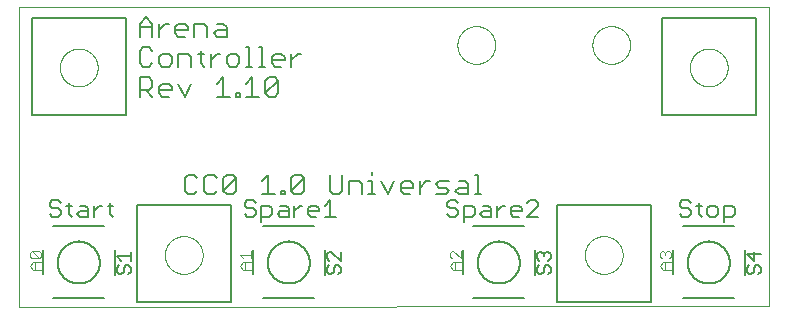
<source format=gto>
G75*
%MOIN*%
%OFA0B0*%
%FSLAX25Y25*%
%IPPOS*%
%LPD*%
%AMOC8*
5,1,8,0,0,1.08239X$1,22.5*
%
%ADD10C,0.00000*%
%ADD11C,0.00600*%
%ADD12C,0.00500*%
%ADD13C,0.00300*%
%ADD14C,0.00800*%
D10*
X0001000Y0001000D02*
X0001000Y0101000D01*
X0251000Y0101000D01*
X0251001Y0001500D01*
X0001000Y0001000D01*
X0049701Y0018500D02*
X0049703Y0018658D01*
X0049709Y0018816D01*
X0049719Y0018974D01*
X0049733Y0019132D01*
X0049751Y0019289D01*
X0049772Y0019446D01*
X0049798Y0019602D01*
X0049828Y0019758D01*
X0049861Y0019913D01*
X0049899Y0020066D01*
X0049940Y0020219D01*
X0049985Y0020371D01*
X0050034Y0020522D01*
X0050087Y0020671D01*
X0050143Y0020819D01*
X0050203Y0020965D01*
X0050267Y0021110D01*
X0050335Y0021253D01*
X0050406Y0021395D01*
X0050480Y0021535D01*
X0050558Y0021672D01*
X0050640Y0021808D01*
X0050724Y0021942D01*
X0050813Y0022073D01*
X0050904Y0022202D01*
X0050999Y0022329D01*
X0051096Y0022454D01*
X0051197Y0022576D01*
X0051301Y0022695D01*
X0051408Y0022812D01*
X0051518Y0022926D01*
X0051631Y0023037D01*
X0051746Y0023146D01*
X0051864Y0023251D01*
X0051985Y0023353D01*
X0052108Y0023453D01*
X0052234Y0023549D01*
X0052362Y0023642D01*
X0052492Y0023732D01*
X0052625Y0023818D01*
X0052760Y0023902D01*
X0052896Y0023981D01*
X0053035Y0024058D01*
X0053176Y0024130D01*
X0053318Y0024200D01*
X0053462Y0024265D01*
X0053608Y0024327D01*
X0053755Y0024385D01*
X0053904Y0024440D01*
X0054054Y0024491D01*
X0054205Y0024538D01*
X0054357Y0024581D01*
X0054510Y0024620D01*
X0054665Y0024656D01*
X0054820Y0024687D01*
X0054976Y0024715D01*
X0055132Y0024739D01*
X0055289Y0024759D01*
X0055447Y0024775D01*
X0055604Y0024787D01*
X0055763Y0024795D01*
X0055921Y0024799D01*
X0056079Y0024799D01*
X0056237Y0024795D01*
X0056396Y0024787D01*
X0056553Y0024775D01*
X0056711Y0024759D01*
X0056868Y0024739D01*
X0057024Y0024715D01*
X0057180Y0024687D01*
X0057335Y0024656D01*
X0057490Y0024620D01*
X0057643Y0024581D01*
X0057795Y0024538D01*
X0057946Y0024491D01*
X0058096Y0024440D01*
X0058245Y0024385D01*
X0058392Y0024327D01*
X0058538Y0024265D01*
X0058682Y0024200D01*
X0058824Y0024130D01*
X0058965Y0024058D01*
X0059104Y0023981D01*
X0059240Y0023902D01*
X0059375Y0023818D01*
X0059508Y0023732D01*
X0059638Y0023642D01*
X0059766Y0023549D01*
X0059892Y0023453D01*
X0060015Y0023353D01*
X0060136Y0023251D01*
X0060254Y0023146D01*
X0060369Y0023037D01*
X0060482Y0022926D01*
X0060592Y0022812D01*
X0060699Y0022695D01*
X0060803Y0022576D01*
X0060904Y0022454D01*
X0061001Y0022329D01*
X0061096Y0022202D01*
X0061187Y0022073D01*
X0061276Y0021942D01*
X0061360Y0021808D01*
X0061442Y0021672D01*
X0061520Y0021535D01*
X0061594Y0021395D01*
X0061665Y0021253D01*
X0061733Y0021110D01*
X0061797Y0020965D01*
X0061857Y0020819D01*
X0061913Y0020671D01*
X0061966Y0020522D01*
X0062015Y0020371D01*
X0062060Y0020219D01*
X0062101Y0020066D01*
X0062139Y0019913D01*
X0062172Y0019758D01*
X0062202Y0019602D01*
X0062228Y0019446D01*
X0062249Y0019289D01*
X0062267Y0019132D01*
X0062281Y0018974D01*
X0062291Y0018816D01*
X0062297Y0018658D01*
X0062299Y0018500D01*
X0062297Y0018342D01*
X0062291Y0018184D01*
X0062281Y0018026D01*
X0062267Y0017868D01*
X0062249Y0017711D01*
X0062228Y0017554D01*
X0062202Y0017398D01*
X0062172Y0017242D01*
X0062139Y0017087D01*
X0062101Y0016934D01*
X0062060Y0016781D01*
X0062015Y0016629D01*
X0061966Y0016478D01*
X0061913Y0016329D01*
X0061857Y0016181D01*
X0061797Y0016035D01*
X0061733Y0015890D01*
X0061665Y0015747D01*
X0061594Y0015605D01*
X0061520Y0015465D01*
X0061442Y0015328D01*
X0061360Y0015192D01*
X0061276Y0015058D01*
X0061187Y0014927D01*
X0061096Y0014798D01*
X0061001Y0014671D01*
X0060904Y0014546D01*
X0060803Y0014424D01*
X0060699Y0014305D01*
X0060592Y0014188D01*
X0060482Y0014074D01*
X0060369Y0013963D01*
X0060254Y0013854D01*
X0060136Y0013749D01*
X0060015Y0013647D01*
X0059892Y0013547D01*
X0059766Y0013451D01*
X0059638Y0013358D01*
X0059508Y0013268D01*
X0059375Y0013182D01*
X0059240Y0013098D01*
X0059104Y0013019D01*
X0058965Y0012942D01*
X0058824Y0012870D01*
X0058682Y0012800D01*
X0058538Y0012735D01*
X0058392Y0012673D01*
X0058245Y0012615D01*
X0058096Y0012560D01*
X0057946Y0012509D01*
X0057795Y0012462D01*
X0057643Y0012419D01*
X0057490Y0012380D01*
X0057335Y0012344D01*
X0057180Y0012313D01*
X0057024Y0012285D01*
X0056868Y0012261D01*
X0056711Y0012241D01*
X0056553Y0012225D01*
X0056396Y0012213D01*
X0056237Y0012205D01*
X0056079Y0012201D01*
X0055921Y0012201D01*
X0055763Y0012205D01*
X0055604Y0012213D01*
X0055447Y0012225D01*
X0055289Y0012241D01*
X0055132Y0012261D01*
X0054976Y0012285D01*
X0054820Y0012313D01*
X0054665Y0012344D01*
X0054510Y0012380D01*
X0054357Y0012419D01*
X0054205Y0012462D01*
X0054054Y0012509D01*
X0053904Y0012560D01*
X0053755Y0012615D01*
X0053608Y0012673D01*
X0053462Y0012735D01*
X0053318Y0012800D01*
X0053176Y0012870D01*
X0053035Y0012942D01*
X0052896Y0013019D01*
X0052760Y0013098D01*
X0052625Y0013182D01*
X0052492Y0013268D01*
X0052362Y0013358D01*
X0052234Y0013451D01*
X0052108Y0013547D01*
X0051985Y0013647D01*
X0051864Y0013749D01*
X0051746Y0013854D01*
X0051631Y0013963D01*
X0051518Y0014074D01*
X0051408Y0014188D01*
X0051301Y0014305D01*
X0051197Y0014424D01*
X0051096Y0014546D01*
X0050999Y0014671D01*
X0050904Y0014798D01*
X0050813Y0014927D01*
X0050724Y0015058D01*
X0050640Y0015192D01*
X0050558Y0015328D01*
X0050480Y0015465D01*
X0050406Y0015605D01*
X0050335Y0015747D01*
X0050267Y0015890D01*
X0050203Y0016035D01*
X0050143Y0016181D01*
X0050087Y0016329D01*
X0050034Y0016478D01*
X0049985Y0016629D01*
X0049940Y0016781D01*
X0049899Y0016934D01*
X0049861Y0017087D01*
X0049828Y0017242D01*
X0049798Y0017398D01*
X0049772Y0017554D01*
X0049751Y0017711D01*
X0049733Y0017868D01*
X0049719Y0018026D01*
X0049709Y0018184D01*
X0049703Y0018342D01*
X0049701Y0018500D01*
X0014701Y0081000D02*
X0014703Y0081158D01*
X0014709Y0081316D01*
X0014719Y0081474D01*
X0014733Y0081632D01*
X0014751Y0081789D01*
X0014772Y0081946D01*
X0014798Y0082102D01*
X0014828Y0082258D01*
X0014861Y0082413D01*
X0014899Y0082566D01*
X0014940Y0082719D01*
X0014985Y0082871D01*
X0015034Y0083022D01*
X0015087Y0083171D01*
X0015143Y0083319D01*
X0015203Y0083465D01*
X0015267Y0083610D01*
X0015335Y0083753D01*
X0015406Y0083895D01*
X0015480Y0084035D01*
X0015558Y0084172D01*
X0015640Y0084308D01*
X0015724Y0084442D01*
X0015813Y0084573D01*
X0015904Y0084702D01*
X0015999Y0084829D01*
X0016096Y0084954D01*
X0016197Y0085076D01*
X0016301Y0085195D01*
X0016408Y0085312D01*
X0016518Y0085426D01*
X0016631Y0085537D01*
X0016746Y0085646D01*
X0016864Y0085751D01*
X0016985Y0085853D01*
X0017108Y0085953D01*
X0017234Y0086049D01*
X0017362Y0086142D01*
X0017492Y0086232D01*
X0017625Y0086318D01*
X0017760Y0086402D01*
X0017896Y0086481D01*
X0018035Y0086558D01*
X0018176Y0086630D01*
X0018318Y0086700D01*
X0018462Y0086765D01*
X0018608Y0086827D01*
X0018755Y0086885D01*
X0018904Y0086940D01*
X0019054Y0086991D01*
X0019205Y0087038D01*
X0019357Y0087081D01*
X0019510Y0087120D01*
X0019665Y0087156D01*
X0019820Y0087187D01*
X0019976Y0087215D01*
X0020132Y0087239D01*
X0020289Y0087259D01*
X0020447Y0087275D01*
X0020604Y0087287D01*
X0020763Y0087295D01*
X0020921Y0087299D01*
X0021079Y0087299D01*
X0021237Y0087295D01*
X0021396Y0087287D01*
X0021553Y0087275D01*
X0021711Y0087259D01*
X0021868Y0087239D01*
X0022024Y0087215D01*
X0022180Y0087187D01*
X0022335Y0087156D01*
X0022490Y0087120D01*
X0022643Y0087081D01*
X0022795Y0087038D01*
X0022946Y0086991D01*
X0023096Y0086940D01*
X0023245Y0086885D01*
X0023392Y0086827D01*
X0023538Y0086765D01*
X0023682Y0086700D01*
X0023824Y0086630D01*
X0023965Y0086558D01*
X0024104Y0086481D01*
X0024240Y0086402D01*
X0024375Y0086318D01*
X0024508Y0086232D01*
X0024638Y0086142D01*
X0024766Y0086049D01*
X0024892Y0085953D01*
X0025015Y0085853D01*
X0025136Y0085751D01*
X0025254Y0085646D01*
X0025369Y0085537D01*
X0025482Y0085426D01*
X0025592Y0085312D01*
X0025699Y0085195D01*
X0025803Y0085076D01*
X0025904Y0084954D01*
X0026001Y0084829D01*
X0026096Y0084702D01*
X0026187Y0084573D01*
X0026276Y0084442D01*
X0026360Y0084308D01*
X0026442Y0084172D01*
X0026520Y0084035D01*
X0026594Y0083895D01*
X0026665Y0083753D01*
X0026733Y0083610D01*
X0026797Y0083465D01*
X0026857Y0083319D01*
X0026913Y0083171D01*
X0026966Y0083022D01*
X0027015Y0082871D01*
X0027060Y0082719D01*
X0027101Y0082566D01*
X0027139Y0082413D01*
X0027172Y0082258D01*
X0027202Y0082102D01*
X0027228Y0081946D01*
X0027249Y0081789D01*
X0027267Y0081632D01*
X0027281Y0081474D01*
X0027291Y0081316D01*
X0027297Y0081158D01*
X0027299Y0081000D01*
X0027297Y0080842D01*
X0027291Y0080684D01*
X0027281Y0080526D01*
X0027267Y0080368D01*
X0027249Y0080211D01*
X0027228Y0080054D01*
X0027202Y0079898D01*
X0027172Y0079742D01*
X0027139Y0079587D01*
X0027101Y0079434D01*
X0027060Y0079281D01*
X0027015Y0079129D01*
X0026966Y0078978D01*
X0026913Y0078829D01*
X0026857Y0078681D01*
X0026797Y0078535D01*
X0026733Y0078390D01*
X0026665Y0078247D01*
X0026594Y0078105D01*
X0026520Y0077965D01*
X0026442Y0077828D01*
X0026360Y0077692D01*
X0026276Y0077558D01*
X0026187Y0077427D01*
X0026096Y0077298D01*
X0026001Y0077171D01*
X0025904Y0077046D01*
X0025803Y0076924D01*
X0025699Y0076805D01*
X0025592Y0076688D01*
X0025482Y0076574D01*
X0025369Y0076463D01*
X0025254Y0076354D01*
X0025136Y0076249D01*
X0025015Y0076147D01*
X0024892Y0076047D01*
X0024766Y0075951D01*
X0024638Y0075858D01*
X0024508Y0075768D01*
X0024375Y0075682D01*
X0024240Y0075598D01*
X0024104Y0075519D01*
X0023965Y0075442D01*
X0023824Y0075370D01*
X0023682Y0075300D01*
X0023538Y0075235D01*
X0023392Y0075173D01*
X0023245Y0075115D01*
X0023096Y0075060D01*
X0022946Y0075009D01*
X0022795Y0074962D01*
X0022643Y0074919D01*
X0022490Y0074880D01*
X0022335Y0074844D01*
X0022180Y0074813D01*
X0022024Y0074785D01*
X0021868Y0074761D01*
X0021711Y0074741D01*
X0021553Y0074725D01*
X0021396Y0074713D01*
X0021237Y0074705D01*
X0021079Y0074701D01*
X0020921Y0074701D01*
X0020763Y0074705D01*
X0020604Y0074713D01*
X0020447Y0074725D01*
X0020289Y0074741D01*
X0020132Y0074761D01*
X0019976Y0074785D01*
X0019820Y0074813D01*
X0019665Y0074844D01*
X0019510Y0074880D01*
X0019357Y0074919D01*
X0019205Y0074962D01*
X0019054Y0075009D01*
X0018904Y0075060D01*
X0018755Y0075115D01*
X0018608Y0075173D01*
X0018462Y0075235D01*
X0018318Y0075300D01*
X0018176Y0075370D01*
X0018035Y0075442D01*
X0017896Y0075519D01*
X0017760Y0075598D01*
X0017625Y0075682D01*
X0017492Y0075768D01*
X0017362Y0075858D01*
X0017234Y0075951D01*
X0017108Y0076047D01*
X0016985Y0076147D01*
X0016864Y0076249D01*
X0016746Y0076354D01*
X0016631Y0076463D01*
X0016518Y0076574D01*
X0016408Y0076688D01*
X0016301Y0076805D01*
X0016197Y0076924D01*
X0016096Y0077046D01*
X0015999Y0077171D01*
X0015904Y0077298D01*
X0015813Y0077427D01*
X0015724Y0077558D01*
X0015640Y0077692D01*
X0015558Y0077828D01*
X0015480Y0077965D01*
X0015406Y0078105D01*
X0015335Y0078247D01*
X0015267Y0078390D01*
X0015203Y0078535D01*
X0015143Y0078681D01*
X0015087Y0078829D01*
X0015034Y0078978D01*
X0014985Y0079129D01*
X0014940Y0079281D01*
X0014899Y0079434D01*
X0014861Y0079587D01*
X0014828Y0079742D01*
X0014798Y0079898D01*
X0014772Y0080054D01*
X0014751Y0080211D01*
X0014733Y0080368D01*
X0014719Y0080526D01*
X0014709Y0080684D01*
X0014703Y0080842D01*
X0014701Y0081000D01*
X0147201Y0088500D02*
X0147203Y0088658D01*
X0147209Y0088816D01*
X0147219Y0088974D01*
X0147233Y0089132D01*
X0147251Y0089289D01*
X0147272Y0089446D01*
X0147298Y0089602D01*
X0147328Y0089758D01*
X0147361Y0089913D01*
X0147399Y0090066D01*
X0147440Y0090219D01*
X0147485Y0090371D01*
X0147534Y0090522D01*
X0147587Y0090671D01*
X0147643Y0090819D01*
X0147703Y0090965D01*
X0147767Y0091110D01*
X0147835Y0091253D01*
X0147906Y0091395D01*
X0147980Y0091535D01*
X0148058Y0091672D01*
X0148140Y0091808D01*
X0148224Y0091942D01*
X0148313Y0092073D01*
X0148404Y0092202D01*
X0148499Y0092329D01*
X0148596Y0092454D01*
X0148697Y0092576D01*
X0148801Y0092695D01*
X0148908Y0092812D01*
X0149018Y0092926D01*
X0149131Y0093037D01*
X0149246Y0093146D01*
X0149364Y0093251D01*
X0149485Y0093353D01*
X0149608Y0093453D01*
X0149734Y0093549D01*
X0149862Y0093642D01*
X0149992Y0093732D01*
X0150125Y0093818D01*
X0150260Y0093902D01*
X0150396Y0093981D01*
X0150535Y0094058D01*
X0150676Y0094130D01*
X0150818Y0094200D01*
X0150962Y0094265D01*
X0151108Y0094327D01*
X0151255Y0094385D01*
X0151404Y0094440D01*
X0151554Y0094491D01*
X0151705Y0094538D01*
X0151857Y0094581D01*
X0152010Y0094620D01*
X0152165Y0094656D01*
X0152320Y0094687D01*
X0152476Y0094715D01*
X0152632Y0094739D01*
X0152789Y0094759D01*
X0152947Y0094775D01*
X0153104Y0094787D01*
X0153263Y0094795D01*
X0153421Y0094799D01*
X0153579Y0094799D01*
X0153737Y0094795D01*
X0153896Y0094787D01*
X0154053Y0094775D01*
X0154211Y0094759D01*
X0154368Y0094739D01*
X0154524Y0094715D01*
X0154680Y0094687D01*
X0154835Y0094656D01*
X0154990Y0094620D01*
X0155143Y0094581D01*
X0155295Y0094538D01*
X0155446Y0094491D01*
X0155596Y0094440D01*
X0155745Y0094385D01*
X0155892Y0094327D01*
X0156038Y0094265D01*
X0156182Y0094200D01*
X0156324Y0094130D01*
X0156465Y0094058D01*
X0156604Y0093981D01*
X0156740Y0093902D01*
X0156875Y0093818D01*
X0157008Y0093732D01*
X0157138Y0093642D01*
X0157266Y0093549D01*
X0157392Y0093453D01*
X0157515Y0093353D01*
X0157636Y0093251D01*
X0157754Y0093146D01*
X0157869Y0093037D01*
X0157982Y0092926D01*
X0158092Y0092812D01*
X0158199Y0092695D01*
X0158303Y0092576D01*
X0158404Y0092454D01*
X0158501Y0092329D01*
X0158596Y0092202D01*
X0158687Y0092073D01*
X0158776Y0091942D01*
X0158860Y0091808D01*
X0158942Y0091672D01*
X0159020Y0091535D01*
X0159094Y0091395D01*
X0159165Y0091253D01*
X0159233Y0091110D01*
X0159297Y0090965D01*
X0159357Y0090819D01*
X0159413Y0090671D01*
X0159466Y0090522D01*
X0159515Y0090371D01*
X0159560Y0090219D01*
X0159601Y0090066D01*
X0159639Y0089913D01*
X0159672Y0089758D01*
X0159702Y0089602D01*
X0159728Y0089446D01*
X0159749Y0089289D01*
X0159767Y0089132D01*
X0159781Y0088974D01*
X0159791Y0088816D01*
X0159797Y0088658D01*
X0159799Y0088500D01*
X0159797Y0088342D01*
X0159791Y0088184D01*
X0159781Y0088026D01*
X0159767Y0087868D01*
X0159749Y0087711D01*
X0159728Y0087554D01*
X0159702Y0087398D01*
X0159672Y0087242D01*
X0159639Y0087087D01*
X0159601Y0086934D01*
X0159560Y0086781D01*
X0159515Y0086629D01*
X0159466Y0086478D01*
X0159413Y0086329D01*
X0159357Y0086181D01*
X0159297Y0086035D01*
X0159233Y0085890D01*
X0159165Y0085747D01*
X0159094Y0085605D01*
X0159020Y0085465D01*
X0158942Y0085328D01*
X0158860Y0085192D01*
X0158776Y0085058D01*
X0158687Y0084927D01*
X0158596Y0084798D01*
X0158501Y0084671D01*
X0158404Y0084546D01*
X0158303Y0084424D01*
X0158199Y0084305D01*
X0158092Y0084188D01*
X0157982Y0084074D01*
X0157869Y0083963D01*
X0157754Y0083854D01*
X0157636Y0083749D01*
X0157515Y0083647D01*
X0157392Y0083547D01*
X0157266Y0083451D01*
X0157138Y0083358D01*
X0157008Y0083268D01*
X0156875Y0083182D01*
X0156740Y0083098D01*
X0156604Y0083019D01*
X0156465Y0082942D01*
X0156324Y0082870D01*
X0156182Y0082800D01*
X0156038Y0082735D01*
X0155892Y0082673D01*
X0155745Y0082615D01*
X0155596Y0082560D01*
X0155446Y0082509D01*
X0155295Y0082462D01*
X0155143Y0082419D01*
X0154990Y0082380D01*
X0154835Y0082344D01*
X0154680Y0082313D01*
X0154524Y0082285D01*
X0154368Y0082261D01*
X0154211Y0082241D01*
X0154053Y0082225D01*
X0153896Y0082213D01*
X0153737Y0082205D01*
X0153579Y0082201D01*
X0153421Y0082201D01*
X0153263Y0082205D01*
X0153104Y0082213D01*
X0152947Y0082225D01*
X0152789Y0082241D01*
X0152632Y0082261D01*
X0152476Y0082285D01*
X0152320Y0082313D01*
X0152165Y0082344D01*
X0152010Y0082380D01*
X0151857Y0082419D01*
X0151705Y0082462D01*
X0151554Y0082509D01*
X0151404Y0082560D01*
X0151255Y0082615D01*
X0151108Y0082673D01*
X0150962Y0082735D01*
X0150818Y0082800D01*
X0150676Y0082870D01*
X0150535Y0082942D01*
X0150396Y0083019D01*
X0150260Y0083098D01*
X0150125Y0083182D01*
X0149992Y0083268D01*
X0149862Y0083358D01*
X0149734Y0083451D01*
X0149608Y0083547D01*
X0149485Y0083647D01*
X0149364Y0083749D01*
X0149246Y0083854D01*
X0149131Y0083963D01*
X0149018Y0084074D01*
X0148908Y0084188D01*
X0148801Y0084305D01*
X0148697Y0084424D01*
X0148596Y0084546D01*
X0148499Y0084671D01*
X0148404Y0084798D01*
X0148313Y0084927D01*
X0148224Y0085058D01*
X0148140Y0085192D01*
X0148058Y0085328D01*
X0147980Y0085465D01*
X0147906Y0085605D01*
X0147835Y0085747D01*
X0147767Y0085890D01*
X0147703Y0086035D01*
X0147643Y0086181D01*
X0147587Y0086329D01*
X0147534Y0086478D01*
X0147485Y0086629D01*
X0147440Y0086781D01*
X0147399Y0086934D01*
X0147361Y0087087D01*
X0147328Y0087242D01*
X0147298Y0087398D01*
X0147272Y0087554D01*
X0147251Y0087711D01*
X0147233Y0087868D01*
X0147219Y0088026D01*
X0147209Y0088184D01*
X0147203Y0088342D01*
X0147201Y0088500D01*
X0192201Y0088500D02*
X0192203Y0088658D01*
X0192209Y0088816D01*
X0192219Y0088974D01*
X0192233Y0089132D01*
X0192251Y0089289D01*
X0192272Y0089446D01*
X0192298Y0089602D01*
X0192328Y0089758D01*
X0192361Y0089913D01*
X0192399Y0090066D01*
X0192440Y0090219D01*
X0192485Y0090371D01*
X0192534Y0090522D01*
X0192587Y0090671D01*
X0192643Y0090819D01*
X0192703Y0090965D01*
X0192767Y0091110D01*
X0192835Y0091253D01*
X0192906Y0091395D01*
X0192980Y0091535D01*
X0193058Y0091672D01*
X0193140Y0091808D01*
X0193224Y0091942D01*
X0193313Y0092073D01*
X0193404Y0092202D01*
X0193499Y0092329D01*
X0193596Y0092454D01*
X0193697Y0092576D01*
X0193801Y0092695D01*
X0193908Y0092812D01*
X0194018Y0092926D01*
X0194131Y0093037D01*
X0194246Y0093146D01*
X0194364Y0093251D01*
X0194485Y0093353D01*
X0194608Y0093453D01*
X0194734Y0093549D01*
X0194862Y0093642D01*
X0194992Y0093732D01*
X0195125Y0093818D01*
X0195260Y0093902D01*
X0195396Y0093981D01*
X0195535Y0094058D01*
X0195676Y0094130D01*
X0195818Y0094200D01*
X0195962Y0094265D01*
X0196108Y0094327D01*
X0196255Y0094385D01*
X0196404Y0094440D01*
X0196554Y0094491D01*
X0196705Y0094538D01*
X0196857Y0094581D01*
X0197010Y0094620D01*
X0197165Y0094656D01*
X0197320Y0094687D01*
X0197476Y0094715D01*
X0197632Y0094739D01*
X0197789Y0094759D01*
X0197947Y0094775D01*
X0198104Y0094787D01*
X0198263Y0094795D01*
X0198421Y0094799D01*
X0198579Y0094799D01*
X0198737Y0094795D01*
X0198896Y0094787D01*
X0199053Y0094775D01*
X0199211Y0094759D01*
X0199368Y0094739D01*
X0199524Y0094715D01*
X0199680Y0094687D01*
X0199835Y0094656D01*
X0199990Y0094620D01*
X0200143Y0094581D01*
X0200295Y0094538D01*
X0200446Y0094491D01*
X0200596Y0094440D01*
X0200745Y0094385D01*
X0200892Y0094327D01*
X0201038Y0094265D01*
X0201182Y0094200D01*
X0201324Y0094130D01*
X0201465Y0094058D01*
X0201604Y0093981D01*
X0201740Y0093902D01*
X0201875Y0093818D01*
X0202008Y0093732D01*
X0202138Y0093642D01*
X0202266Y0093549D01*
X0202392Y0093453D01*
X0202515Y0093353D01*
X0202636Y0093251D01*
X0202754Y0093146D01*
X0202869Y0093037D01*
X0202982Y0092926D01*
X0203092Y0092812D01*
X0203199Y0092695D01*
X0203303Y0092576D01*
X0203404Y0092454D01*
X0203501Y0092329D01*
X0203596Y0092202D01*
X0203687Y0092073D01*
X0203776Y0091942D01*
X0203860Y0091808D01*
X0203942Y0091672D01*
X0204020Y0091535D01*
X0204094Y0091395D01*
X0204165Y0091253D01*
X0204233Y0091110D01*
X0204297Y0090965D01*
X0204357Y0090819D01*
X0204413Y0090671D01*
X0204466Y0090522D01*
X0204515Y0090371D01*
X0204560Y0090219D01*
X0204601Y0090066D01*
X0204639Y0089913D01*
X0204672Y0089758D01*
X0204702Y0089602D01*
X0204728Y0089446D01*
X0204749Y0089289D01*
X0204767Y0089132D01*
X0204781Y0088974D01*
X0204791Y0088816D01*
X0204797Y0088658D01*
X0204799Y0088500D01*
X0204797Y0088342D01*
X0204791Y0088184D01*
X0204781Y0088026D01*
X0204767Y0087868D01*
X0204749Y0087711D01*
X0204728Y0087554D01*
X0204702Y0087398D01*
X0204672Y0087242D01*
X0204639Y0087087D01*
X0204601Y0086934D01*
X0204560Y0086781D01*
X0204515Y0086629D01*
X0204466Y0086478D01*
X0204413Y0086329D01*
X0204357Y0086181D01*
X0204297Y0086035D01*
X0204233Y0085890D01*
X0204165Y0085747D01*
X0204094Y0085605D01*
X0204020Y0085465D01*
X0203942Y0085328D01*
X0203860Y0085192D01*
X0203776Y0085058D01*
X0203687Y0084927D01*
X0203596Y0084798D01*
X0203501Y0084671D01*
X0203404Y0084546D01*
X0203303Y0084424D01*
X0203199Y0084305D01*
X0203092Y0084188D01*
X0202982Y0084074D01*
X0202869Y0083963D01*
X0202754Y0083854D01*
X0202636Y0083749D01*
X0202515Y0083647D01*
X0202392Y0083547D01*
X0202266Y0083451D01*
X0202138Y0083358D01*
X0202008Y0083268D01*
X0201875Y0083182D01*
X0201740Y0083098D01*
X0201604Y0083019D01*
X0201465Y0082942D01*
X0201324Y0082870D01*
X0201182Y0082800D01*
X0201038Y0082735D01*
X0200892Y0082673D01*
X0200745Y0082615D01*
X0200596Y0082560D01*
X0200446Y0082509D01*
X0200295Y0082462D01*
X0200143Y0082419D01*
X0199990Y0082380D01*
X0199835Y0082344D01*
X0199680Y0082313D01*
X0199524Y0082285D01*
X0199368Y0082261D01*
X0199211Y0082241D01*
X0199053Y0082225D01*
X0198896Y0082213D01*
X0198737Y0082205D01*
X0198579Y0082201D01*
X0198421Y0082201D01*
X0198263Y0082205D01*
X0198104Y0082213D01*
X0197947Y0082225D01*
X0197789Y0082241D01*
X0197632Y0082261D01*
X0197476Y0082285D01*
X0197320Y0082313D01*
X0197165Y0082344D01*
X0197010Y0082380D01*
X0196857Y0082419D01*
X0196705Y0082462D01*
X0196554Y0082509D01*
X0196404Y0082560D01*
X0196255Y0082615D01*
X0196108Y0082673D01*
X0195962Y0082735D01*
X0195818Y0082800D01*
X0195676Y0082870D01*
X0195535Y0082942D01*
X0195396Y0083019D01*
X0195260Y0083098D01*
X0195125Y0083182D01*
X0194992Y0083268D01*
X0194862Y0083358D01*
X0194734Y0083451D01*
X0194608Y0083547D01*
X0194485Y0083647D01*
X0194364Y0083749D01*
X0194246Y0083854D01*
X0194131Y0083963D01*
X0194018Y0084074D01*
X0193908Y0084188D01*
X0193801Y0084305D01*
X0193697Y0084424D01*
X0193596Y0084546D01*
X0193499Y0084671D01*
X0193404Y0084798D01*
X0193313Y0084927D01*
X0193224Y0085058D01*
X0193140Y0085192D01*
X0193058Y0085328D01*
X0192980Y0085465D01*
X0192906Y0085605D01*
X0192835Y0085747D01*
X0192767Y0085890D01*
X0192703Y0086035D01*
X0192643Y0086181D01*
X0192587Y0086329D01*
X0192534Y0086478D01*
X0192485Y0086629D01*
X0192440Y0086781D01*
X0192399Y0086934D01*
X0192361Y0087087D01*
X0192328Y0087242D01*
X0192298Y0087398D01*
X0192272Y0087554D01*
X0192251Y0087711D01*
X0192233Y0087868D01*
X0192219Y0088026D01*
X0192209Y0088184D01*
X0192203Y0088342D01*
X0192201Y0088500D01*
X0224701Y0081000D02*
X0224703Y0081158D01*
X0224709Y0081316D01*
X0224719Y0081474D01*
X0224733Y0081632D01*
X0224751Y0081789D01*
X0224772Y0081946D01*
X0224798Y0082102D01*
X0224828Y0082258D01*
X0224861Y0082413D01*
X0224899Y0082566D01*
X0224940Y0082719D01*
X0224985Y0082871D01*
X0225034Y0083022D01*
X0225087Y0083171D01*
X0225143Y0083319D01*
X0225203Y0083465D01*
X0225267Y0083610D01*
X0225335Y0083753D01*
X0225406Y0083895D01*
X0225480Y0084035D01*
X0225558Y0084172D01*
X0225640Y0084308D01*
X0225724Y0084442D01*
X0225813Y0084573D01*
X0225904Y0084702D01*
X0225999Y0084829D01*
X0226096Y0084954D01*
X0226197Y0085076D01*
X0226301Y0085195D01*
X0226408Y0085312D01*
X0226518Y0085426D01*
X0226631Y0085537D01*
X0226746Y0085646D01*
X0226864Y0085751D01*
X0226985Y0085853D01*
X0227108Y0085953D01*
X0227234Y0086049D01*
X0227362Y0086142D01*
X0227492Y0086232D01*
X0227625Y0086318D01*
X0227760Y0086402D01*
X0227896Y0086481D01*
X0228035Y0086558D01*
X0228176Y0086630D01*
X0228318Y0086700D01*
X0228462Y0086765D01*
X0228608Y0086827D01*
X0228755Y0086885D01*
X0228904Y0086940D01*
X0229054Y0086991D01*
X0229205Y0087038D01*
X0229357Y0087081D01*
X0229510Y0087120D01*
X0229665Y0087156D01*
X0229820Y0087187D01*
X0229976Y0087215D01*
X0230132Y0087239D01*
X0230289Y0087259D01*
X0230447Y0087275D01*
X0230604Y0087287D01*
X0230763Y0087295D01*
X0230921Y0087299D01*
X0231079Y0087299D01*
X0231237Y0087295D01*
X0231396Y0087287D01*
X0231553Y0087275D01*
X0231711Y0087259D01*
X0231868Y0087239D01*
X0232024Y0087215D01*
X0232180Y0087187D01*
X0232335Y0087156D01*
X0232490Y0087120D01*
X0232643Y0087081D01*
X0232795Y0087038D01*
X0232946Y0086991D01*
X0233096Y0086940D01*
X0233245Y0086885D01*
X0233392Y0086827D01*
X0233538Y0086765D01*
X0233682Y0086700D01*
X0233824Y0086630D01*
X0233965Y0086558D01*
X0234104Y0086481D01*
X0234240Y0086402D01*
X0234375Y0086318D01*
X0234508Y0086232D01*
X0234638Y0086142D01*
X0234766Y0086049D01*
X0234892Y0085953D01*
X0235015Y0085853D01*
X0235136Y0085751D01*
X0235254Y0085646D01*
X0235369Y0085537D01*
X0235482Y0085426D01*
X0235592Y0085312D01*
X0235699Y0085195D01*
X0235803Y0085076D01*
X0235904Y0084954D01*
X0236001Y0084829D01*
X0236096Y0084702D01*
X0236187Y0084573D01*
X0236276Y0084442D01*
X0236360Y0084308D01*
X0236442Y0084172D01*
X0236520Y0084035D01*
X0236594Y0083895D01*
X0236665Y0083753D01*
X0236733Y0083610D01*
X0236797Y0083465D01*
X0236857Y0083319D01*
X0236913Y0083171D01*
X0236966Y0083022D01*
X0237015Y0082871D01*
X0237060Y0082719D01*
X0237101Y0082566D01*
X0237139Y0082413D01*
X0237172Y0082258D01*
X0237202Y0082102D01*
X0237228Y0081946D01*
X0237249Y0081789D01*
X0237267Y0081632D01*
X0237281Y0081474D01*
X0237291Y0081316D01*
X0237297Y0081158D01*
X0237299Y0081000D01*
X0237297Y0080842D01*
X0237291Y0080684D01*
X0237281Y0080526D01*
X0237267Y0080368D01*
X0237249Y0080211D01*
X0237228Y0080054D01*
X0237202Y0079898D01*
X0237172Y0079742D01*
X0237139Y0079587D01*
X0237101Y0079434D01*
X0237060Y0079281D01*
X0237015Y0079129D01*
X0236966Y0078978D01*
X0236913Y0078829D01*
X0236857Y0078681D01*
X0236797Y0078535D01*
X0236733Y0078390D01*
X0236665Y0078247D01*
X0236594Y0078105D01*
X0236520Y0077965D01*
X0236442Y0077828D01*
X0236360Y0077692D01*
X0236276Y0077558D01*
X0236187Y0077427D01*
X0236096Y0077298D01*
X0236001Y0077171D01*
X0235904Y0077046D01*
X0235803Y0076924D01*
X0235699Y0076805D01*
X0235592Y0076688D01*
X0235482Y0076574D01*
X0235369Y0076463D01*
X0235254Y0076354D01*
X0235136Y0076249D01*
X0235015Y0076147D01*
X0234892Y0076047D01*
X0234766Y0075951D01*
X0234638Y0075858D01*
X0234508Y0075768D01*
X0234375Y0075682D01*
X0234240Y0075598D01*
X0234104Y0075519D01*
X0233965Y0075442D01*
X0233824Y0075370D01*
X0233682Y0075300D01*
X0233538Y0075235D01*
X0233392Y0075173D01*
X0233245Y0075115D01*
X0233096Y0075060D01*
X0232946Y0075009D01*
X0232795Y0074962D01*
X0232643Y0074919D01*
X0232490Y0074880D01*
X0232335Y0074844D01*
X0232180Y0074813D01*
X0232024Y0074785D01*
X0231868Y0074761D01*
X0231711Y0074741D01*
X0231553Y0074725D01*
X0231396Y0074713D01*
X0231237Y0074705D01*
X0231079Y0074701D01*
X0230921Y0074701D01*
X0230763Y0074705D01*
X0230604Y0074713D01*
X0230447Y0074725D01*
X0230289Y0074741D01*
X0230132Y0074761D01*
X0229976Y0074785D01*
X0229820Y0074813D01*
X0229665Y0074844D01*
X0229510Y0074880D01*
X0229357Y0074919D01*
X0229205Y0074962D01*
X0229054Y0075009D01*
X0228904Y0075060D01*
X0228755Y0075115D01*
X0228608Y0075173D01*
X0228462Y0075235D01*
X0228318Y0075300D01*
X0228176Y0075370D01*
X0228035Y0075442D01*
X0227896Y0075519D01*
X0227760Y0075598D01*
X0227625Y0075682D01*
X0227492Y0075768D01*
X0227362Y0075858D01*
X0227234Y0075951D01*
X0227108Y0076047D01*
X0226985Y0076147D01*
X0226864Y0076249D01*
X0226746Y0076354D01*
X0226631Y0076463D01*
X0226518Y0076574D01*
X0226408Y0076688D01*
X0226301Y0076805D01*
X0226197Y0076924D01*
X0226096Y0077046D01*
X0225999Y0077171D01*
X0225904Y0077298D01*
X0225813Y0077427D01*
X0225724Y0077558D01*
X0225640Y0077692D01*
X0225558Y0077828D01*
X0225480Y0077965D01*
X0225406Y0078105D01*
X0225335Y0078247D01*
X0225267Y0078390D01*
X0225203Y0078535D01*
X0225143Y0078681D01*
X0225087Y0078829D01*
X0225034Y0078978D01*
X0224985Y0079129D01*
X0224940Y0079281D01*
X0224899Y0079434D01*
X0224861Y0079587D01*
X0224828Y0079742D01*
X0224798Y0079898D01*
X0224772Y0080054D01*
X0224751Y0080211D01*
X0224733Y0080368D01*
X0224719Y0080526D01*
X0224709Y0080684D01*
X0224703Y0080842D01*
X0224701Y0081000D01*
X0189701Y0018500D02*
X0189703Y0018658D01*
X0189709Y0018816D01*
X0189719Y0018974D01*
X0189733Y0019132D01*
X0189751Y0019289D01*
X0189772Y0019446D01*
X0189798Y0019602D01*
X0189828Y0019758D01*
X0189861Y0019913D01*
X0189899Y0020066D01*
X0189940Y0020219D01*
X0189985Y0020371D01*
X0190034Y0020522D01*
X0190087Y0020671D01*
X0190143Y0020819D01*
X0190203Y0020965D01*
X0190267Y0021110D01*
X0190335Y0021253D01*
X0190406Y0021395D01*
X0190480Y0021535D01*
X0190558Y0021672D01*
X0190640Y0021808D01*
X0190724Y0021942D01*
X0190813Y0022073D01*
X0190904Y0022202D01*
X0190999Y0022329D01*
X0191096Y0022454D01*
X0191197Y0022576D01*
X0191301Y0022695D01*
X0191408Y0022812D01*
X0191518Y0022926D01*
X0191631Y0023037D01*
X0191746Y0023146D01*
X0191864Y0023251D01*
X0191985Y0023353D01*
X0192108Y0023453D01*
X0192234Y0023549D01*
X0192362Y0023642D01*
X0192492Y0023732D01*
X0192625Y0023818D01*
X0192760Y0023902D01*
X0192896Y0023981D01*
X0193035Y0024058D01*
X0193176Y0024130D01*
X0193318Y0024200D01*
X0193462Y0024265D01*
X0193608Y0024327D01*
X0193755Y0024385D01*
X0193904Y0024440D01*
X0194054Y0024491D01*
X0194205Y0024538D01*
X0194357Y0024581D01*
X0194510Y0024620D01*
X0194665Y0024656D01*
X0194820Y0024687D01*
X0194976Y0024715D01*
X0195132Y0024739D01*
X0195289Y0024759D01*
X0195447Y0024775D01*
X0195604Y0024787D01*
X0195763Y0024795D01*
X0195921Y0024799D01*
X0196079Y0024799D01*
X0196237Y0024795D01*
X0196396Y0024787D01*
X0196553Y0024775D01*
X0196711Y0024759D01*
X0196868Y0024739D01*
X0197024Y0024715D01*
X0197180Y0024687D01*
X0197335Y0024656D01*
X0197490Y0024620D01*
X0197643Y0024581D01*
X0197795Y0024538D01*
X0197946Y0024491D01*
X0198096Y0024440D01*
X0198245Y0024385D01*
X0198392Y0024327D01*
X0198538Y0024265D01*
X0198682Y0024200D01*
X0198824Y0024130D01*
X0198965Y0024058D01*
X0199104Y0023981D01*
X0199240Y0023902D01*
X0199375Y0023818D01*
X0199508Y0023732D01*
X0199638Y0023642D01*
X0199766Y0023549D01*
X0199892Y0023453D01*
X0200015Y0023353D01*
X0200136Y0023251D01*
X0200254Y0023146D01*
X0200369Y0023037D01*
X0200482Y0022926D01*
X0200592Y0022812D01*
X0200699Y0022695D01*
X0200803Y0022576D01*
X0200904Y0022454D01*
X0201001Y0022329D01*
X0201096Y0022202D01*
X0201187Y0022073D01*
X0201276Y0021942D01*
X0201360Y0021808D01*
X0201442Y0021672D01*
X0201520Y0021535D01*
X0201594Y0021395D01*
X0201665Y0021253D01*
X0201733Y0021110D01*
X0201797Y0020965D01*
X0201857Y0020819D01*
X0201913Y0020671D01*
X0201966Y0020522D01*
X0202015Y0020371D01*
X0202060Y0020219D01*
X0202101Y0020066D01*
X0202139Y0019913D01*
X0202172Y0019758D01*
X0202202Y0019602D01*
X0202228Y0019446D01*
X0202249Y0019289D01*
X0202267Y0019132D01*
X0202281Y0018974D01*
X0202291Y0018816D01*
X0202297Y0018658D01*
X0202299Y0018500D01*
X0202297Y0018342D01*
X0202291Y0018184D01*
X0202281Y0018026D01*
X0202267Y0017868D01*
X0202249Y0017711D01*
X0202228Y0017554D01*
X0202202Y0017398D01*
X0202172Y0017242D01*
X0202139Y0017087D01*
X0202101Y0016934D01*
X0202060Y0016781D01*
X0202015Y0016629D01*
X0201966Y0016478D01*
X0201913Y0016329D01*
X0201857Y0016181D01*
X0201797Y0016035D01*
X0201733Y0015890D01*
X0201665Y0015747D01*
X0201594Y0015605D01*
X0201520Y0015465D01*
X0201442Y0015328D01*
X0201360Y0015192D01*
X0201276Y0015058D01*
X0201187Y0014927D01*
X0201096Y0014798D01*
X0201001Y0014671D01*
X0200904Y0014546D01*
X0200803Y0014424D01*
X0200699Y0014305D01*
X0200592Y0014188D01*
X0200482Y0014074D01*
X0200369Y0013963D01*
X0200254Y0013854D01*
X0200136Y0013749D01*
X0200015Y0013647D01*
X0199892Y0013547D01*
X0199766Y0013451D01*
X0199638Y0013358D01*
X0199508Y0013268D01*
X0199375Y0013182D01*
X0199240Y0013098D01*
X0199104Y0013019D01*
X0198965Y0012942D01*
X0198824Y0012870D01*
X0198682Y0012800D01*
X0198538Y0012735D01*
X0198392Y0012673D01*
X0198245Y0012615D01*
X0198096Y0012560D01*
X0197946Y0012509D01*
X0197795Y0012462D01*
X0197643Y0012419D01*
X0197490Y0012380D01*
X0197335Y0012344D01*
X0197180Y0012313D01*
X0197024Y0012285D01*
X0196868Y0012261D01*
X0196711Y0012241D01*
X0196553Y0012225D01*
X0196396Y0012213D01*
X0196237Y0012205D01*
X0196079Y0012201D01*
X0195921Y0012201D01*
X0195763Y0012205D01*
X0195604Y0012213D01*
X0195447Y0012225D01*
X0195289Y0012241D01*
X0195132Y0012261D01*
X0194976Y0012285D01*
X0194820Y0012313D01*
X0194665Y0012344D01*
X0194510Y0012380D01*
X0194357Y0012419D01*
X0194205Y0012462D01*
X0194054Y0012509D01*
X0193904Y0012560D01*
X0193755Y0012615D01*
X0193608Y0012673D01*
X0193462Y0012735D01*
X0193318Y0012800D01*
X0193176Y0012870D01*
X0193035Y0012942D01*
X0192896Y0013019D01*
X0192760Y0013098D01*
X0192625Y0013182D01*
X0192492Y0013268D01*
X0192362Y0013358D01*
X0192234Y0013451D01*
X0192108Y0013547D01*
X0191985Y0013647D01*
X0191864Y0013749D01*
X0191746Y0013854D01*
X0191631Y0013963D01*
X0191518Y0014074D01*
X0191408Y0014188D01*
X0191301Y0014305D01*
X0191197Y0014424D01*
X0191096Y0014546D01*
X0190999Y0014671D01*
X0190904Y0014798D01*
X0190813Y0014927D01*
X0190724Y0015058D01*
X0190640Y0015192D01*
X0190558Y0015328D01*
X0190480Y0015465D01*
X0190406Y0015605D01*
X0190335Y0015747D01*
X0190267Y0015890D01*
X0190203Y0016035D01*
X0190143Y0016181D01*
X0190087Y0016329D01*
X0190034Y0016478D01*
X0189985Y0016629D01*
X0189940Y0016781D01*
X0189899Y0016934D01*
X0189861Y0017087D01*
X0189828Y0017242D01*
X0189798Y0017398D01*
X0189772Y0017554D01*
X0189751Y0017711D01*
X0189733Y0017868D01*
X0189719Y0018026D01*
X0189709Y0018184D01*
X0189703Y0018342D01*
X0189701Y0018500D01*
D11*
X0155118Y0038800D02*
X0152982Y0038800D01*
X0154050Y0038800D02*
X0154050Y0045205D01*
X0152982Y0045205D01*
X0150807Y0042003D02*
X0149740Y0043070D01*
X0147605Y0043070D01*
X0144362Y0043070D02*
X0141159Y0043070D01*
X0140091Y0042003D01*
X0141159Y0040935D01*
X0143294Y0040935D01*
X0144362Y0039868D01*
X0143294Y0038800D01*
X0140091Y0038800D01*
X0136855Y0043070D02*
X0134720Y0040935D01*
X0134720Y0038800D02*
X0134720Y0043070D01*
X0136855Y0043070D02*
X0137923Y0043070D01*
X0132545Y0042003D02*
X0132545Y0040935D01*
X0128275Y0040935D01*
X0128275Y0039868D02*
X0128275Y0042003D01*
X0129342Y0043070D01*
X0131477Y0043070D01*
X0132545Y0042003D01*
X0131477Y0038800D02*
X0129342Y0038800D01*
X0128275Y0039868D01*
X0126100Y0043070D02*
X0123964Y0038800D01*
X0121829Y0043070D01*
X0118600Y0043070D02*
X0118600Y0038800D01*
X0119667Y0038800D02*
X0117532Y0038800D01*
X0115357Y0038800D02*
X0115357Y0042003D01*
X0114289Y0043070D01*
X0111087Y0043070D01*
X0111087Y0038800D01*
X0108912Y0039868D02*
X0108912Y0045205D01*
X0104641Y0045205D02*
X0104641Y0039868D01*
X0105709Y0038800D01*
X0107844Y0038800D01*
X0108912Y0039868D01*
X0117532Y0043070D02*
X0118600Y0043070D01*
X0118600Y0045205D02*
X0118600Y0046273D01*
X0096021Y0044138D02*
X0096021Y0039868D01*
X0094953Y0038800D01*
X0092818Y0038800D01*
X0091750Y0039868D01*
X0096021Y0044138D01*
X0094953Y0045205D01*
X0092818Y0045205D01*
X0091750Y0044138D01*
X0091750Y0039868D01*
X0089595Y0039868D02*
X0089595Y0038800D01*
X0088527Y0038800D01*
X0088527Y0039868D01*
X0089595Y0039868D01*
X0086352Y0038800D02*
X0082082Y0038800D01*
X0084217Y0038800D02*
X0084217Y0045205D01*
X0082082Y0043070D01*
X0073461Y0044138D02*
X0073461Y0039868D01*
X0072394Y0038800D01*
X0070259Y0038800D01*
X0069191Y0039868D01*
X0073461Y0044138D01*
X0072394Y0045205D01*
X0070259Y0045205D01*
X0069191Y0044138D01*
X0069191Y0039868D01*
X0067016Y0039868D02*
X0065948Y0038800D01*
X0063813Y0038800D01*
X0062745Y0039868D01*
X0062745Y0044138D01*
X0063813Y0045205D01*
X0065948Y0045205D01*
X0067016Y0044138D01*
X0060570Y0044138D02*
X0059503Y0045205D01*
X0057368Y0045205D01*
X0056300Y0044138D01*
X0056300Y0039868D01*
X0057368Y0038800D01*
X0059503Y0038800D01*
X0060570Y0039868D01*
X0056326Y0071300D02*
X0058461Y0075570D01*
X0054191Y0075570D02*
X0056326Y0071300D01*
X0052016Y0073435D02*
X0047745Y0073435D01*
X0047745Y0072368D02*
X0047745Y0074503D01*
X0048813Y0075570D01*
X0050948Y0075570D01*
X0052016Y0074503D01*
X0052016Y0073435D01*
X0050948Y0071300D02*
X0048813Y0071300D01*
X0047745Y0072368D01*
X0045570Y0071300D02*
X0043435Y0073435D01*
X0044503Y0073435D02*
X0041300Y0073435D01*
X0044503Y0073435D02*
X0045570Y0074503D01*
X0045570Y0076638D01*
X0044503Y0077705D01*
X0041300Y0077705D01*
X0041300Y0071300D01*
X0042368Y0081300D02*
X0044503Y0081300D01*
X0045570Y0082368D01*
X0047745Y0082368D02*
X0048813Y0081300D01*
X0050948Y0081300D01*
X0052016Y0082368D01*
X0052016Y0084503D01*
X0050948Y0085570D01*
X0048813Y0085570D01*
X0047745Y0084503D01*
X0047745Y0082368D01*
X0042368Y0081300D02*
X0041300Y0082368D01*
X0041300Y0086638D01*
X0042368Y0087705D01*
X0044503Y0087705D01*
X0045570Y0086638D01*
X0045570Y0091300D02*
X0045570Y0095570D01*
X0043435Y0097705D01*
X0041300Y0095570D01*
X0041300Y0091300D01*
X0047745Y0091300D02*
X0047745Y0095570D01*
X0047745Y0093435D02*
X0049881Y0095570D01*
X0050948Y0095570D01*
X0053117Y0094503D02*
X0054184Y0095570D01*
X0056319Y0095570D01*
X0057387Y0094503D01*
X0057387Y0093435D01*
X0053117Y0093435D01*
X0053117Y0092368D02*
X0053117Y0094503D01*
X0053117Y0092368D02*
X0054184Y0091300D01*
X0056319Y0091300D01*
X0059562Y0091300D02*
X0059562Y0095570D01*
X0062765Y0095570D01*
X0063833Y0094503D01*
X0063833Y0091300D01*
X0066008Y0092368D02*
X0067075Y0093435D01*
X0070278Y0093435D01*
X0070278Y0094503D02*
X0070278Y0091300D01*
X0067075Y0091300D01*
X0066008Y0092368D01*
X0069210Y0095570D02*
X0070278Y0094503D01*
X0069210Y0095570D02*
X0067075Y0095570D01*
X0076750Y0087705D02*
X0077818Y0087705D01*
X0077818Y0081300D01*
X0078885Y0081300D02*
X0076750Y0081300D01*
X0074575Y0082368D02*
X0074575Y0084503D01*
X0073507Y0085570D01*
X0071372Y0085570D01*
X0070305Y0084503D01*
X0070305Y0082368D01*
X0071372Y0081300D01*
X0073507Y0081300D01*
X0074575Y0082368D01*
X0068136Y0085570D02*
X0067069Y0085570D01*
X0064933Y0083435D01*
X0064933Y0081300D02*
X0064933Y0085570D01*
X0062772Y0085570D02*
X0060636Y0085570D01*
X0061704Y0086638D02*
X0061704Y0082368D01*
X0062772Y0081300D01*
X0058461Y0081300D02*
X0058461Y0084503D01*
X0057394Y0085570D01*
X0054191Y0085570D01*
X0054191Y0081300D01*
X0067082Y0075570D02*
X0069217Y0077705D01*
X0069217Y0071300D01*
X0067082Y0071300D02*
X0071352Y0071300D01*
X0073527Y0071300D02*
X0073527Y0072368D01*
X0074595Y0072368D01*
X0074595Y0071300D01*
X0073527Y0071300D01*
X0076750Y0071300D02*
X0081021Y0071300D01*
X0078885Y0071300D02*
X0078885Y0077705D01*
X0076750Y0075570D01*
X0083196Y0076638D02*
X0083196Y0072368D01*
X0087466Y0076638D01*
X0087466Y0072368D01*
X0086398Y0071300D01*
X0084263Y0071300D01*
X0083196Y0072368D01*
X0083196Y0076638D02*
X0084263Y0077705D01*
X0086398Y0077705D01*
X0087466Y0076638D01*
X0086412Y0081300D02*
X0085344Y0082368D01*
X0085344Y0084503D01*
X0086412Y0085570D01*
X0088547Y0085570D01*
X0089615Y0084503D01*
X0089615Y0083435D01*
X0085344Y0083435D01*
X0086412Y0081300D02*
X0088547Y0081300D01*
X0091790Y0081300D02*
X0091790Y0085570D01*
X0091790Y0083435D02*
X0093925Y0085570D01*
X0094992Y0085570D01*
X0083182Y0081300D02*
X0081047Y0081300D01*
X0082115Y0081300D02*
X0082115Y0087705D01*
X0081047Y0087705D01*
X0045570Y0094503D02*
X0041300Y0094503D01*
X0146537Y0039868D02*
X0147605Y0038800D01*
X0150807Y0038800D01*
X0150807Y0042003D01*
X0150807Y0040935D02*
X0147605Y0040935D01*
X0146537Y0039868D01*
D12*
X0146502Y0036755D02*
X0144667Y0036755D01*
X0143750Y0035837D01*
X0143750Y0034920D01*
X0144667Y0034002D01*
X0146502Y0034002D01*
X0147420Y0033085D01*
X0147420Y0032167D01*
X0146502Y0031250D01*
X0144667Y0031250D01*
X0143750Y0032167D01*
X0149275Y0031250D02*
X0152027Y0031250D01*
X0152945Y0032167D01*
X0152945Y0034002D01*
X0152027Y0034920D01*
X0149275Y0034920D01*
X0149275Y0029415D01*
X0154799Y0032167D02*
X0155717Y0033085D01*
X0158469Y0033085D01*
X0158469Y0034002D02*
X0158469Y0031250D01*
X0155717Y0031250D01*
X0154799Y0032167D01*
X0157552Y0034920D02*
X0158469Y0034002D01*
X0157552Y0034920D02*
X0155717Y0034920D01*
X0160324Y0034920D02*
X0160324Y0031250D01*
X0160324Y0033085D02*
X0162159Y0034920D01*
X0163077Y0034920D01*
X0164928Y0034002D02*
X0165846Y0034920D01*
X0167680Y0034920D01*
X0168598Y0034002D01*
X0168598Y0033085D01*
X0164928Y0033085D01*
X0164928Y0034002D02*
X0164928Y0032167D01*
X0165846Y0031250D01*
X0167680Y0031250D01*
X0170453Y0031250D02*
X0174123Y0034920D01*
X0174123Y0035837D01*
X0173205Y0036755D01*
X0171370Y0036755D01*
X0170453Y0035837D01*
X0170453Y0031250D02*
X0174123Y0031250D01*
X0180252Y0035035D02*
X0180252Y0002752D01*
X0211748Y0002752D01*
X0211748Y0035035D01*
X0180252Y0035035D01*
X0177499Y0019649D02*
X0178250Y0018898D01*
X0178250Y0017397D01*
X0177499Y0016646D01*
X0177499Y0015045D02*
X0178250Y0014294D01*
X0178250Y0012793D01*
X0177499Y0012042D01*
X0175998Y0012793D02*
X0175998Y0014294D01*
X0176749Y0015045D01*
X0177499Y0015045D01*
X0174497Y0015045D02*
X0173746Y0014294D01*
X0173746Y0012793D01*
X0174497Y0012042D01*
X0175247Y0012042D01*
X0175998Y0012793D01*
X0174497Y0016646D02*
X0173746Y0017397D01*
X0173746Y0018898D01*
X0174497Y0019649D01*
X0175247Y0019649D01*
X0175998Y0018898D01*
X0176749Y0019649D01*
X0177499Y0019649D01*
X0175998Y0018898D02*
X0175998Y0018147D01*
X0147420Y0035837D02*
X0146502Y0036755D01*
X0106623Y0031250D02*
X0102953Y0031250D01*
X0104788Y0031250D02*
X0104788Y0036755D01*
X0102953Y0034920D01*
X0101098Y0034002D02*
X0101098Y0033085D01*
X0097428Y0033085D01*
X0097428Y0034002D02*
X0097428Y0032167D01*
X0098346Y0031250D01*
X0100180Y0031250D01*
X0101098Y0034002D02*
X0100180Y0034920D01*
X0098346Y0034920D01*
X0097428Y0034002D01*
X0095577Y0034920D02*
X0094659Y0034920D01*
X0092824Y0033085D01*
X0092824Y0031250D02*
X0092824Y0034920D01*
X0090969Y0034002D02*
X0090969Y0031250D01*
X0088217Y0031250D01*
X0087299Y0032167D01*
X0088217Y0033085D01*
X0090969Y0033085D01*
X0090969Y0034002D02*
X0090052Y0034920D01*
X0088217Y0034920D01*
X0085445Y0034002D02*
X0085445Y0032167D01*
X0084527Y0031250D01*
X0081775Y0031250D01*
X0081775Y0029415D02*
X0081775Y0034920D01*
X0084527Y0034920D01*
X0085445Y0034002D01*
X0079920Y0033085D02*
X0079920Y0032167D01*
X0079002Y0031250D01*
X0077167Y0031250D01*
X0076250Y0032167D01*
X0077167Y0034002D02*
X0079002Y0034002D01*
X0079920Y0033085D01*
X0077167Y0034002D02*
X0076250Y0034920D01*
X0076250Y0035837D01*
X0077167Y0036755D01*
X0079002Y0036755D01*
X0079920Y0035837D01*
X0071748Y0035035D02*
X0071748Y0002752D01*
X0040252Y0002752D01*
X0040252Y0035035D01*
X0071748Y0035035D01*
X0103746Y0018898D02*
X0103746Y0017397D01*
X0104497Y0016646D01*
X0104497Y0015045D02*
X0103746Y0014294D01*
X0103746Y0012793D01*
X0104497Y0012042D01*
X0105247Y0012042D01*
X0105998Y0012793D01*
X0105998Y0014294D01*
X0106749Y0015045D01*
X0107499Y0015045D01*
X0108250Y0014294D01*
X0108250Y0012793D01*
X0107499Y0012042D01*
X0108250Y0016646D02*
X0105247Y0019649D01*
X0104497Y0019649D01*
X0103746Y0018898D01*
X0108250Y0019649D02*
X0108250Y0016646D01*
X0038250Y0016646D02*
X0038250Y0019649D01*
X0038250Y0018147D02*
X0033746Y0018147D01*
X0035247Y0016646D01*
X0034497Y0015045D02*
X0033746Y0014294D01*
X0033746Y0012793D01*
X0034497Y0012042D01*
X0035247Y0012042D01*
X0035998Y0012793D01*
X0035998Y0014294D01*
X0036749Y0015045D01*
X0037499Y0015045D01*
X0038250Y0014294D01*
X0038250Y0012793D01*
X0037499Y0012042D01*
X0032421Y0031250D02*
X0031504Y0032167D01*
X0031504Y0035837D01*
X0030587Y0034920D02*
X0032421Y0034920D01*
X0028735Y0034920D02*
X0027817Y0034920D01*
X0025983Y0033085D01*
X0025983Y0031250D02*
X0025983Y0034920D01*
X0024128Y0034002D02*
X0024128Y0031250D01*
X0021375Y0031250D01*
X0020458Y0032167D01*
X0021375Y0033085D01*
X0024128Y0033085D01*
X0024128Y0034002D02*
X0023210Y0034920D01*
X0021375Y0034920D01*
X0018610Y0034920D02*
X0016775Y0034920D01*
X0017692Y0035837D02*
X0017692Y0032167D01*
X0018610Y0031250D01*
X0014920Y0032167D02*
X0014002Y0031250D01*
X0012167Y0031250D01*
X0011250Y0032167D01*
X0012167Y0034002D02*
X0014002Y0034002D01*
X0014920Y0033085D01*
X0014920Y0032167D01*
X0012167Y0034002D02*
X0011250Y0034920D01*
X0011250Y0035837D01*
X0012167Y0036755D01*
X0014002Y0036755D01*
X0014920Y0035837D01*
X0005252Y0065252D02*
X0036748Y0065252D01*
X0036748Y0097535D01*
X0005252Y0097535D01*
X0005252Y0065252D01*
X0215252Y0065252D02*
X0246748Y0065252D01*
X0246748Y0097535D01*
X0215252Y0097535D01*
X0215252Y0065252D01*
X0222167Y0036755D02*
X0221250Y0035837D01*
X0221250Y0034920D01*
X0222167Y0034002D01*
X0224002Y0034002D01*
X0224920Y0033085D01*
X0224920Y0032167D01*
X0224002Y0031250D01*
X0222167Y0031250D01*
X0221250Y0032167D01*
X0226775Y0034920D02*
X0228610Y0034920D01*
X0227692Y0035837D02*
X0227692Y0032167D01*
X0228610Y0031250D01*
X0230458Y0032167D02*
X0231375Y0031250D01*
X0233210Y0031250D01*
X0234128Y0032167D01*
X0234128Y0034002D01*
X0233210Y0034920D01*
X0231375Y0034920D01*
X0230458Y0034002D01*
X0230458Y0032167D01*
X0235983Y0031250D02*
X0238735Y0031250D01*
X0239652Y0032167D01*
X0239652Y0034002D01*
X0238735Y0034920D01*
X0235983Y0034920D01*
X0235983Y0029415D01*
X0224920Y0035837D02*
X0224002Y0036755D01*
X0222167Y0036755D01*
X0243746Y0018898D02*
X0245998Y0016646D01*
X0245998Y0019649D01*
X0248250Y0018898D02*
X0243746Y0018898D01*
X0244497Y0015045D02*
X0243746Y0014294D01*
X0243746Y0012793D01*
X0244497Y0012042D01*
X0245247Y0012042D01*
X0245998Y0012793D01*
X0245998Y0014294D01*
X0246749Y0015045D01*
X0247499Y0015045D01*
X0248250Y0014294D01*
X0248250Y0012793D01*
X0247499Y0012042D01*
D13*
X0218350Y0013650D02*
X0215881Y0013650D01*
X0214647Y0014884D01*
X0215881Y0016119D01*
X0218350Y0016119D01*
X0217733Y0017333D02*
X0218350Y0017950D01*
X0218350Y0019185D01*
X0217733Y0019802D01*
X0217116Y0019802D01*
X0216498Y0019185D01*
X0216498Y0018568D01*
X0216498Y0019185D02*
X0215881Y0019802D01*
X0215264Y0019802D01*
X0214647Y0019185D01*
X0214647Y0017950D01*
X0215264Y0017333D01*
X0216498Y0016119D02*
X0216498Y0013650D01*
X0148350Y0013650D02*
X0145881Y0013650D01*
X0144647Y0014884D01*
X0145881Y0016119D01*
X0148350Y0016119D01*
X0148350Y0017333D02*
X0145881Y0019802D01*
X0145264Y0019802D01*
X0144647Y0019185D01*
X0144647Y0017950D01*
X0145264Y0017333D01*
X0146498Y0016119D02*
X0146498Y0013650D01*
X0148350Y0017333D02*
X0148350Y0019802D01*
X0078350Y0019802D02*
X0078350Y0017333D01*
X0078350Y0016119D02*
X0075881Y0016119D01*
X0074647Y0014884D01*
X0075881Y0013650D01*
X0078350Y0013650D01*
X0076498Y0013650D02*
X0076498Y0016119D01*
X0075881Y0017333D02*
X0074647Y0018568D01*
X0078350Y0018568D01*
X0008350Y0019185D02*
X0008350Y0017950D01*
X0007733Y0017333D01*
X0005264Y0019802D01*
X0007733Y0019802D01*
X0008350Y0019185D01*
X0007733Y0017333D02*
X0005264Y0017333D01*
X0004647Y0017950D01*
X0004647Y0019185D01*
X0005264Y0019802D01*
X0005881Y0016119D02*
X0008350Y0016119D01*
X0006498Y0016119D02*
X0006498Y0013650D01*
X0005881Y0013650D02*
X0004647Y0014884D01*
X0005881Y0016119D01*
X0005881Y0013650D02*
X0008350Y0013650D01*
D14*
X0009000Y0012071D02*
X0009000Y0020000D01*
X0014000Y0016000D02*
X0014002Y0016172D01*
X0014008Y0016343D01*
X0014019Y0016515D01*
X0014034Y0016686D01*
X0014053Y0016857D01*
X0014076Y0017027D01*
X0014103Y0017197D01*
X0014135Y0017366D01*
X0014170Y0017534D01*
X0014210Y0017701D01*
X0014254Y0017867D01*
X0014301Y0018032D01*
X0014353Y0018196D01*
X0014409Y0018358D01*
X0014469Y0018519D01*
X0014533Y0018679D01*
X0014601Y0018837D01*
X0014672Y0018993D01*
X0014747Y0019147D01*
X0014827Y0019300D01*
X0014909Y0019450D01*
X0014996Y0019599D01*
X0015086Y0019745D01*
X0015180Y0019889D01*
X0015277Y0020031D01*
X0015378Y0020170D01*
X0015482Y0020307D01*
X0015589Y0020441D01*
X0015700Y0020572D01*
X0015813Y0020701D01*
X0015930Y0020827D01*
X0016050Y0020950D01*
X0016173Y0021070D01*
X0016299Y0021187D01*
X0016428Y0021300D01*
X0016559Y0021411D01*
X0016693Y0021518D01*
X0016830Y0021622D01*
X0016969Y0021723D01*
X0017111Y0021820D01*
X0017255Y0021914D01*
X0017401Y0022004D01*
X0017550Y0022091D01*
X0017700Y0022173D01*
X0017853Y0022253D01*
X0018007Y0022328D01*
X0018163Y0022399D01*
X0018321Y0022467D01*
X0018481Y0022531D01*
X0018642Y0022591D01*
X0018804Y0022647D01*
X0018968Y0022699D01*
X0019133Y0022746D01*
X0019299Y0022790D01*
X0019466Y0022830D01*
X0019634Y0022865D01*
X0019803Y0022897D01*
X0019973Y0022924D01*
X0020143Y0022947D01*
X0020314Y0022966D01*
X0020485Y0022981D01*
X0020657Y0022992D01*
X0020828Y0022998D01*
X0021000Y0023000D01*
X0021172Y0022998D01*
X0021343Y0022992D01*
X0021515Y0022981D01*
X0021686Y0022966D01*
X0021857Y0022947D01*
X0022027Y0022924D01*
X0022197Y0022897D01*
X0022366Y0022865D01*
X0022534Y0022830D01*
X0022701Y0022790D01*
X0022867Y0022746D01*
X0023032Y0022699D01*
X0023196Y0022647D01*
X0023358Y0022591D01*
X0023519Y0022531D01*
X0023679Y0022467D01*
X0023837Y0022399D01*
X0023993Y0022328D01*
X0024147Y0022253D01*
X0024300Y0022173D01*
X0024450Y0022091D01*
X0024599Y0022004D01*
X0024745Y0021914D01*
X0024889Y0021820D01*
X0025031Y0021723D01*
X0025170Y0021622D01*
X0025307Y0021518D01*
X0025441Y0021411D01*
X0025572Y0021300D01*
X0025701Y0021187D01*
X0025827Y0021070D01*
X0025950Y0020950D01*
X0026070Y0020827D01*
X0026187Y0020701D01*
X0026300Y0020572D01*
X0026411Y0020441D01*
X0026518Y0020307D01*
X0026622Y0020170D01*
X0026723Y0020031D01*
X0026820Y0019889D01*
X0026914Y0019745D01*
X0027004Y0019599D01*
X0027091Y0019450D01*
X0027173Y0019300D01*
X0027253Y0019147D01*
X0027328Y0018993D01*
X0027399Y0018837D01*
X0027467Y0018679D01*
X0027531Y0018519D01*
X0027591Y0018358D01*
X0027647Y0018196D01*
X0027699Y0018032D01*
X0027746Y0017867D01*
X0027790Y0017701D01*
X0027830Y0017534D01*
X0027865Y0017366D01*
X0027897Y0017197D01*
X0027924Y0017027D01*
X0027947Y0016857D01*
X0027966Y0016686D01*
X0027981Y0016515D01*
X0027992Y0016343D01*
X0027998Y0016172D01*
X0028000Y0016000D01*
X0027998Y0015828D01*
X0027992Y0015657D01*
X0027981Y0015485D01*
X0027966Y0015314D01*
X0027947Y0015143D01*
X0027924Y0014973D01*
X0027897Y0014803D01*
X0027865Y0014634D01*
X0027830Y0014466D01*
X0027790Y0014299D01*
X0027746Y0014133D01*
X0027699Y0013968D01*
X0027647Y0013804D01*
X0027591Y0013642D01*
X0027531Y0013481D01*
X0027467Y0013321D01*
X0027399Y0013163D01*
X0027328Y0013007D01*
X0027253Y0012853D01*
X0027173Y0012700D01*
X0027091Y0012550D01*
X0027004Y0012401D01*
X0026914Y0012255D01*
X0026820Y0012111D01*
X0026723Y0011969D01*
X0026622Y0011830D01*
X0026518Y0011693D01*
X0026411Y0011559D01*
X0026300Y0011428D01*
X0026187Y0011299D01*
X0026070Y0011173D01*
X0025950Y0011050D01*
X0025827Y0010930D01*
X0025701Y0010813D01*
X0025572Y0010700D01*
X0025441Y0010589D01*
X0025307Y0010482D01*
X0025170Y0010378D01*
X0025031Y0010277D01*
X0024889Y0010180D01*
X0024745Y0010086D01*
X0024599Y0009996D01*
X0024450Y0009909D01*
X0024300Y0009827D01*
X0024147Y0009747D01*
X0023993Y0009672D01*
X0023837Y0009601D01*
X0023679Y0009533D01*
X0023519Y0009469D01*
X0023358Y0009409D01*
X0023196Y0009353D01*
X0023032Y0009301D01*
X0022867Y0009254D01*
X0022701Y0009210D01*
X0022534Y0009170D01*
X0022366Y0009135D01*
X0022197Y0009103D01*
X0022027Y0009076D01*
X0021857Y0009053D01*
X0021686Y0009034D01*
X0021515Y0009019D01*
X0021343Y0009008D01*
X0021172Y0009002D01*
X0021000Y0009000D01*
X0020828Y0009002D01*
X0020657Y0009008D01*
X0020485Y0009019D01*
X0020314Y0009034D01*
X0020143Y0009053D01*
X0019973Y0009076D01*
X0019803Y0009103D01*
X0019634Y0009135D01*
X0019466Y0009170D01*
X0019299Y0009210D01*
X0019133Y0009254D01*
X0018968Y0009301D01*
X0018804Y0009353D01*
X0018642Y0009409D01*
X0018481Y0009469D01*
X0018321Y0009533D01*
X0018163Y0009601D01*
X0018007Y0009672D01*
X0017853Y0009747D01*
X0017700Y0009827D01*
X0017550Y0009909D01*
X0017401Y0009996D01*
X0017255Y0010086D01*
X0017111Y0010180D01*
X0016969Y0010277D01*
X0016830Y0010378D01*
X0016693Y0010482D01*
X0016559Y0010589D01*
X0016428Y0010700D01*
X0016299Y0010813D01*
X0016173Y0010930D01*
X0016050Y0011050D01*
X0015930Y0011173D01*
X0015813Y0011299D01*
X0015700Y0011428D01*
X0015589Y0011559D01*
X0015482Y0011693D01*
X0015378Y0011830D01*
X0015277Y0011969D01*
X0015180Y0012111D01*
X0015086Y0012255D01*
X0014996Y0012401D01*
X0014909Y0012550D01*
X0014827Y0012700D01*
X0014747Y0012853D01*
X0014672Y0013007D01*
X0014601Y0013163D01*
X0014533Y0013321D01*
X0014469Y0013481D01*
X0014409Y0013642D01*
X0014353Y0013804D01*
X0014301Y0013968D01*
X0014254Y0014133D01*
X0014210Y0014299D01*
X0014170Y0014466D01*
X0014135Y0014634D01*
X0014103Y0014803D01*
X0014076Y0014973D01*
X0014053Y0015143D01*
X0014034Y0015314D01*
X0014019Y0015485D01*
X0014008Y0015657D01*
X0014002Y0015828D01*
X0014000Y0016000D01*
X0033000Y0020000D02*
X0033000Y0011953D01*
X0029500Y0004000D02*
X0012500Y0004000D01*
X0012500Y0028000D02*
X0029500Y0028000D01*
X0079000Y0020000D02*
X0079000Y0012071D01*
X0084000Y0016000D02*
X0084002Y0016172D01*
X0084008Y0016343D01*
X0084019Y0016515D01*
X0084034Y0016686D01*
X0084053Y0016857D01*
X0084076Y0017027D01*
X0084103Y0017197D01*
X0084135Y0017366D01*
X0084170Y0017534D01*
X0084210Y0017701D01*
X0084254Y0017867D01*
X0084301Y0018032D01*
X0084353Y0018196D01*
X0084409Y0018358D01*
X0084469Y0018519D01*
X0084533Y0018679D01*
X0084601Y0018837D01*
X0084672Y0018993D01*
X0084747Y0019147D01*
X0084827Y0019300D01*
X0084909Y0019450D01*
X0084996Y0019599D01*
X0085086Y0019745D01*
X0085180Y0019889D01*
X0085277Y0020031D01*
X0085378Y0020170D01*
X0085482Y0020307D01*
X0085589Y0020441D01*
X0085700Y0020572D01*
X0085813Y0020701D01*
X0085930Y0020827D01*
X0086050Y0020950D01*
X0086173Y0021070D01*
X0086299Y0021187D01*
X0086428Y0021300D01*
X0086559Y0021411D01*
X0086693Y0021518D01*
X0086830Y0021622D01*
X0086969Y0021723D01*
X0087111Y0021820D01*
X0087255Y0021914D01*
X0087401Y0022004D01*
X0087550Y0022091D01*
X0087700Y0022173D01*
X0087853Y0022253D01*
X0088007Y0022328D01*
X0088163Y0022399D01*
X0088321Y0022467D01*
X0088481Y0022531D01*
X0088642Y0022591D01*
X0088804Y0022647D01*
X0088968Y0022699D01*
X0089133Y0022746D01*
X0089299Y0022790D01*
X0089466Y0022830D01*
X0089634Y0022865D01*
X0089803Y0022897D01*
X0089973Y0022924D01*
X0090143Y0022947D01*
X0090314Y0022966D01*
X0090485Y0022981D01*
X0090657Y0022992D01*
X0090828Y0022998D01*
X0091000Y0023000D01*
X0091172Y0022998D01*
X0091343Y0022992D01*
X0091515Y0022981D01*
X0091686Y0022966D01*
X0091857Y0022947D01*
X0092027Y0022924D01*
X0092197Y0022897D01*
X0092366Y0022865D01*
X0092534Y0022830D01*
X0092701Y0022790D01*
X0092867Y0022746D01*
X0093032Y0022699D01*
X0093196Y0022647D01*
X0093358Y0022591D01*
X0093519Y0022531D01*
X0093679Y0022467D01*
X0093837Y0022399D01*
X0093993Y0022328D01*
X0094147Y0022253D01*
X0094300Y0022173D01*
X0094450Y0022091D01*
X0094599Y0022004D01*
X0094745Y0021914D01*
X0094889Y0021820D01*
X0095031Y0021723D01*
X0095170Y0021622D01*
X0095307Y0021518D01*
X0095441Y0021411D01*
X0095572Y0021300D01*
X0095701Y0021187D01*
X0095827Y0021070D01*
X0095950Y0020950D01*
X0096070Y0020827D01*
X0096187Y0020701D01*
X0096300Y0020572D01*
X0096411Y0020441D01*
X0096518Y0020307D01*
X0096622Y0020170D01*
X0096723Y0020031D01*
X0096820Y0019889D01*
X0096914Y0019745D01*
X0097004Y0019599D01*
X0097091Y0019450D01*
X0097173Y0019300D01*
X0097253Y0019147D01*
X0097328Y0018993D01*
X0097399Y0018837D01*
X0097467Y0018679D01*
X0097531Y0018519D01*
X0097591Y0018358D01*
X0097647Y0018196D01*
X0097699Y0018032D01*
X0097746Y0017867D01*
X0097790Y0017701D01*
X0097830Y0017534D01*
X0097865Y0017366D01*
X0097897Y0017197D01*
X0097924Y0017027D01*
X0097947Y0016857D01*
X0097966Y0016686D01*
X0097981Y0016515D01*
X0097992Y0016343D01*
X0097998Y0016172D01*
X0098000Y0016000D01*
X0097998Y0015828D01*
X0097992Y0015657D01*
X0097981Y0015485D01*
X0097966Y0015314D01*
X0097947Y0015143D01*
X0097924Y0014973D01*
X0097897Y0014803D01*
X0097865Y0014634D01*
X0097830Y0014466D01*
X0097790Y0014299D01*
X0097746Y0014133D01*
X0097699Y0013968D01*
X0097647Y0013804D01*
X0097591Y0013642D01*
X0097531Y0013481D01*
X0097467Y0013321D01*
X0097399Y0013163D01*
X0097328Y0013007D01*
X0097253Y0012853D01*
X0097173Y0012700D01*
X0097091Y0012550D01*
X0097004Y0012401D01*
X0096914Y0012255D01*
X0096820Y0012111D01*
X0096723Y0011969D01*
X0096622Y0011830D01*
X0096518Y0011693D01*
X0096411Y0011559D01*
X0096300Y0011428D01*
X0096187Y0011299D01*
X0096070Y0011173D01*
X0095950Y0011050D01*
X0095827Y0010930D01*
X0095701Y0010813D01*
X0095572Y0010700D01*
X0095441Y0010589D01*
X0095307Y0010482D01*
X0095170Y0010378D01*
X0095031Y0010277D01*
X0094889Y0010180D01*
X0094745Y0010086D01*
X0094599Y0009996D01*
X0094450Y0009909D01*
X0094300Y0009827D01*
X0094147Y0009747D01*
X0093993Y0009672D01*
X0093837Y0009601D01*
X0093679Y0009533D01*
X0093519Y0009469D01*
X0093358Y0009409D01*
X0093196Y0009353D01*
X0093032Y0009301D01*
X0092867Y0009254D01*
X0092701Y0009210D01*
X0092534Y0009170D01*
X0092366Y0009135D01*
X0092197Y0009103D01*
X0092027Y0009076D01*
X0091857Y0009053D01*
X0091686Y0009034D01*
X0091515Y0009019D01*
X0091343Y0009008D01*
X0091172Y0009002D01*
X0091000Y0009000D01*
X0090828Y0009002D01*
X0090657Y0009008D01*
X0090485Y0009019D01*
X0090314Y0009034D01*
X0090143Y0009053D01*
X0089973Y0009076D01*
X0089803Y0009103D01*
X0089634Y0009135D01*
X0089466Y0009170D01*
X0089299Y0009210D01*
X0089133Y0009254D01*
X0088968Y0009301D01*
X0088804Y0009353D01*
X0088642Y0009409D01*
X0088481Y0009469D01*
X0088321Y0009533D01*
X0088163Y0009601D01*
X0088007Y0009672D01*
X0087853Y0009747D01*
X0087700Y0009827D01*
X0087550Y0009909D01*
X0087401Y0009996D01*
X0087255Y0010086D01*
X0087111Y0010180D01*
X0086969Y0010277D01*
X0086830Y0010378D01*
X0086693Y0010482D01*
X0086559Y0010589D01*
X0086428Y0010700D01*
X0086299Y0010813D01*
X0086173Y0010930D01*
X0086050Y0011050D01*
X0085930Y0011173D01*
X0085813Y0011299D01*
X0085700Y0011428D01*
X0085589Y0011559D01*
X0085482Y0011693D01*
X0085378Y0011830D01*
X0085277Y0011969D01*
X0085180Y0012111D01*
X0085086Y0012255D01*
X0084996Y0012401D01*
X0084909Y0012550D01*
X0084827Y0012700D01*
X0084747Y0012853D01*
X0084672Y0013007D01*
X0084601Y0013163D01*
X0084533Y0013321D01*
X0084469Y0013481D01*
X0084409Y0013642D01*
X0084353Y0013804D01*
X0084301Y0013968D01*
X0084254Y0014133D01*
X0084210Y0014299D01*
X0084170Y0014466D01*
X0084135Y0014634D01*
X0084103Y0014803D01*
X0084076Y0014973D01*
X0084053Y0015143D01*
X0084034Y0015314D01*
X0084019Y0015485D01*
X0084008Y0015657D01*
X0084002Y0015828D01*
X0084000Y0016000D01*
X0103000Y0020000D02*
X0103000Y0011953D01*
X0099500Y0004000D02*
X0082500Y0004000D01*
X0082500Y0028000D02*
X0099500Y0028000D01*
X0149000Y0020000D02*
X0149000Y0012071D01*
X0154000Y0016000D02*
X0154002Y0016172D01*
X0154008Y0016343D01*
X0154019Y0016515D01*
X0154034Y0016686D01*
X0154053Y0016857D01*
X0154076Y0017027D01*
X0154103Y0017197D01*
X0154135Y0017366D01*
X0154170Y0017534D01*
X0154210Y0017701D01*
X0154254Y0017867D01*
X0154301Y0018032D01*
X0154353Y0018196D01*
X0154409Y0018358D01*
X0154469Y0018519D01*
X0154533Y0018679D01*
X0154601Y0018837D01*
X0154672Y0018993D01*
X0154747Y0019147D01*
X0154827Y0019300D01*
X0154909Y0019450D01*
X0154996Y0019599D01*
X0155086Y0019745D01*
X0155180Y0019889D01*
X0155277Y0020031D01*
X0155378Y0020170D01*
X0155482Y0020307D01*
X0155589Y0020441D01*
X0155700Y0020572D01*
X0155813Y0020701D01*
X0155930Y0020827D01*
X0156050Y0020950D01*
X0156173Y0021070D01*
X0156299Y0021187D01*
X0156428Y0021300D01*
X0156559Y0021411D01*
X0156693Y0021518D01*
X0156830Y0021622D01*
X0156969Y0021723D01*
X0157111Y0021820D01*
X0157255Y0021914D01*
X0157401Y0022004D01*
X0157550Y0022091D01*
X0157700Y0022173D01*
X0157853Y0022253D01*
X0158007Y0022328D01*
X0158163Y0022399D01*
X0158321Y0022467D01*
X0158481Y0022531D01*
X0158642Y0022591D01*
X0158804Y0022647D01*
X0158968Y0022699D01*
X0159133Y0022746D01*
X0159299Y0022790D01*
X0159466Y0022830D01*
X0159634Y0022865D01*
X0159803Y0022897D01*
X0159973Y0022924D01*
X0160143Y0022947D01*
X0160314Y0022966D01*
X0160485Y0022981D01*
X0160657Y0022992D01*
X0160828Y0022998D01*
X0161000Y0023000D01*
X0161172Y0022998D01*
X0161343Y0022992D01*
X0161515Y0022981D01*
X0161686Y0022966D01*
X0161857Y0022947D01*
X0162027Y0022924D01*
X0162197Y0022897D01*
X0162366Y0022865D01*
X0162534Y0022830D01*
X0162701Y0022790D01*
X0162867Y0022746D01*
X0163032Y0022699D01*
X0163196Y0022647D01*
X0163358Y0022591D01*
X0163519Y0022531D01*
X0163679Y0022467D01*
X0163837Y0022399D01*
X0163993Y0022328D01*
X0164147Y0022253D01*
X0164300Y0022173D01*
X0164450Y0022091D01*
X0164599Y0022004D01*
X0164745Y0021914D01*
X0164889Y0021820D01*
X0165031Y0021723D01*
X0165170Y0021622D01*
X0165307Y0021518D01*
X0165441Y0021411D01*
X0165572Y0021300D01*
X0165701Y0021187D01*
X0165827Y0021070D01*
X0165950Y0020950D01*
X0166070Y0020827D01*
X0166187Y0020701D01*
X0166300Y0020572D01*
X0166411Y0020441D01*
X0166518Y0020307D01*
X0166622Y0020170D01*
X0166723Y0020031D01*
X0166820Y0019889D01*
X0166914Y0019745D01*
X0167004Y0019599D01*
X0167091Y0019450D01*
X0167173Y0019300D01*
X0167253Y0019147D01*
X0167328Y0018993D01*
X0167399Y0018837D01*
X0167467Y0018679D01*
X0167531Y0018519D01*
X0167591Y0018358D01*
X0167647Y0018196D01*
X0167699Y0018032D01*
X0167746Y0017867D01*
X0167790Y0017701D01*
X0167830Y0017534D01*
X0167865Y0017366D01*
X0167897Y0017197D01*
X0167924Y0017027D01*
X0167947Y0016857D01*
X0167966Y0016686D01*
X0167981Y0016515D01*
X0167992Y0016343D01*
X0167998Y0016172D01*
X0168000Y0016000D01*
X0167998Y0015828D01*
X0167992Y0015657D01*
X0167981Y0015485D01*
X0167966Y0015314D01*
X0167947Y0015143D01*
X0167924Y0014973D01*
X0167897Y0014803D01*
X0167865Y0014634D01*
X0167830Y0014466D01*
X0167790Y0014299D01*
X0167746Y0014133D01*
X0167699Y0013968D01*
X0167647Y0013804D01*
X0167591Y0013642D01*
X0167531Y0013481D01*
X0167467Y0013321D01*
X0167399Y0013163D01*
X0167328Y0013007D01*
X0167253Y0012853D01*
X0167173Y0012700D01*
X0167091Y0012550D01*
X0167004Y0012401D01*
X0166914Y0012255D01*
X0166820Y0012111D01*
X0166723Y0011969D01*
X0166622Y0011830D01*
X0166518Y0011693D01*
X0166411Y0011559D01*
X0166300Y0011428D01*
X0166187Y0011299D01*
X0166070Y0011173D01*
X0165950Y0011050D01*
X0165827Y0010930D01*
X0165701Y0010813D01*
X0165572Y0010700D01*
X0165441Y0010589D01*
X0165307Y0010482D01*
X0165170Y0010378D01*
X0165031Y0010277D01*
X0164889Y0010180D01*
X0164745Y0010086D01*
X0164599Y0009996D01*
X0164450Y0009909D01*
X0164300Y0009827D01*
X0164147Y0009747D01*
X0163993Y0009672D01*
X0163837Y0009601D01*
X0163679Y0009533D01*
X0163519Y0009469D01*
X0163358Y0009409D01*
X0163196Y0009353D01*
X0163032Y0009301D01*
X0162867Y0009254D01*
X0162701Y0009210D01*
X0162534Y0009170D01*
X0162366Y0009135D01*
X0162197Y0009103D01*
X0162027Y0009076D01*
X0161857Y0009053D01*
X0161686Y0009034D01*
X0161515Y0009019D01*
X0161343Y0009008D01*
X0161172Y0009002D01*
X0161000Y0009000D01*
X0160828Y0009002D01*
X0160657Y0009008D01*
X0160485Y0009019D01*
X0160314Y0009034D01*
X0160143Y0009053D01*
X0159973Y0009076D01*
X0159803Y0009103D01*
X0159634Y0009135D01*
X0159466Y0009170D01*
X0159299Y0009210D01*
X0159133Y0009254D01*
X0158968Y0009301D01*
X0158804Y0009353D01*
X0158642Y0009409D01*
X0158481Y0009469D01*
X0158321Y0009533D01*
X0158163Y0009601D01*
X0158007Y0009672D01*
X0157853Y0009747D01*
X0157700Y0009827D01*
X0157550Y0009909D01*
X0157401Y0009996D01*
X0157255Y0010086D01*
X0157111Y0010180D01*
X0156969Y0010277D01*
X0156830Y0010378D01*
X0156693Y0010482D01*
X0156559Y0010589D01*
X0156428Y0010700D01*
X0156299Y0010813D01*
X0156173Y0010930D01*
X0156050Y0011050D01*
X0155930Y0011173D01*
X0155813Y0011299D01*
X0155700Y0011428D01*
X0155589Y0011559D01*
X0155482Y0011693D01*
X0155378Y0011830D01*
X0155277Y0011969D01*
X0155180Y0012111D01*
X0155086Y0012255D01*
X0154996Y0012401D01*
X0154909Y0012550D01*
X0154827Y0012700D01*
X0154747Y0012853D01*
X0154672Y0013007D01*
X0154601Y0013163D01*
X0154533Y0013321D01*
X0154469Y0013481D01*
X0154409Y0013642D01*
X0154353Y0013804D01*
X0154301Y0013968D01*
X0154254Y0014133D01*
X0154210Y0014299D01*
X0154170Y0014466D01*
X0154135Y0014634D01*
X0154103Y0014803D01*
X0154076Y0014973D01*
X0154053Y0015143D01*
X0154034Y0015314D01*
X0154019Y0015485D01*
X0154008Y0015657D01*
X0154002Y0015828D01*
X0154000Y0016000D01*
X0173000Y0020000D02*
X0173000Y0011953D01*
X0169500Y0004000D02*
X0152500Y0004000D01*
X0152500Y0028000D02*
X0169500Y0028000D01*
X0219000Y0020000D02*
X0219000Y0012071D01*
X0224000Y0016000D02*
X0224002Y0016172D01*
X0224008Y0016343D01*
X0224019Y0016515D01*
X0224034Y0016686D01*
X0224053Y0016857D01*
X0224076Y0017027D01*
X0224103Y0017197D01*
X0224135Y0017366D01*
X0224170Y0017534D01*
X0224210Y0017701D01*
X0224254Y0017867D01*
X0224301Y0018032D01*
X0224353Y0018196D01*
X0224409Y0018358D01*
X0224469Y0018519D01*
X0224533Y0018679D01*
X0224601Y0018837D01*
X0224672Y0018993D01*
X0224747Y0019147D01*
X0224827Y0019300D01*
X0224909Y0019450D01*
X0224996Y0019599D01*
X0225086Y0019745D01*
X0225180Y0019889D01*
X0225277Y0020031D01*
X0225378Y0020170D01*
X0225482Y0020307D01*
X0225589Y0020441D01*
X0225700Y0020572D01*
X0225813Y0020701D01*
X0225930Y0020827D01*
X0226050Y0020950D01*
X0226173Y0021070D01*
X0226299Y0021187D01*
X0226428Y0021300D01*
X0226559Y0021411D01*
X0226693Y0021518D01*
X0226830Y0021622D01*
X0226969Y0021723D01*
X0227111Y0021820D01*
X0227255Y0021914D01*
X0227401Y0022004D01*
X0227550Y0022091D01*
X0227700Y0022173D01*
X0227853Y0022253D01*
X0228007Y0022328D01*
X0228163Y0022399D01*
X0228321Y0022467D01*
X0228481Y0022531D01*
X0228642Y0022591D01*
X0228804Y0022647D01*
X0228968Y0022699D01*
X0229133Y0022746D01*
X0229299Y0022790D01*
X0229466Y0022830D01*
X0229634Y0022865D01*
X0229803Y0022897D01*
X0229973Y0022924D01*
X0230143Y0022947D01*
X0230314Y0022966D01*
X0230485Y0022981D01*
X0230657Y0022992D01*
X0230828Y0022998D01*
X0231000Y0023000D01*
X0231172Y0022998D01*
X0231343Y0022992D01*
X0231515Y0022981D01*
X0231686Y0022966D01*
X0231857Y0022947D01*
X0232027Y0022924D01*
X0232197Y0022897D01*
X0232366Y0022865D01*
X0232534Y0022830D01*
X0232701Y0022790D01*
X0232867Y0022746D01*
X0233032Y0022699D01*
X0233196Y0022647D01*
X0233358Y0022591D01*
X0233519Y0022531D01*
X0233679Y0022467D01*
X0233837Y0022399D01*
X0233993Y0022328D01*
X0234147Y0022253D01*
X0234300Y0022173D01*
X0234450Y0022091D01*
X0234599Y0022004D01*
X0234745Y0021914D01*
X0234889Y0021820D01*
X0235031Y0021723D01*
X0235170Y0021622D01*
X0235307Y0021518D01*
X0235441Y0021411D01*
X0235572Y0021300D01*
X0235701Y0021187D01*
X0235827Y0021070D01*
X0235950Y0020950D01*
X0236070Y0020827D01*
X0236187Y0020701D01*
X0236300Y0020572D01*
X0236411Y0020441D01*
X0236518Y0020307D01*
X0236622Y0020170D01*
X0236723Y0020031D01*
X0236820Y0019889D01*
X0236914Y0019745D01*
X0237004Y0019599D01*
X0237091Y0019450D01*
X0237173Y0019300D01*
X0237253Y0019147D01*
X0237328Y0018993D01*
X0237399Y0018837D01*
X0237467Y0018679D01*
X0237531Y0018519D01*
X0237591Y0018358D01*
X0237647Y0018196D01*
X0237699Y0018032D01*
X0237746Y0017867D01*
X0237790Y0017701D01*
X0237830Y0017534D01*
X0237865Y0017366D01*
X0237897Y0017197D01*
X0237924Y0017027D01*
X0237947Y0016857D01*
X0237966Y0016686D01*
X0237981Y0016515D01*
X0237992Y0016343D01*
X0237998Y0016172D01*
X0238000Y0016000D01*
X0237998Y0015828D01*
X0237992Y0015657D01*
X0237981Y0015485D01*
X0237966Y0015314D01*
X0237947Y0015143D01*
X0237924Y0014973D01*
X0237897Y0014803D01*
X0237865Y0014634D01*
X0237830Y0014466D01*
X0237790Y0014299D01*
X0237746Y0014133D01*
X0237699Y0013968D01*
X0237647Y0013804D01*
X0237591Y0013642D01*
X0237531Y0013481D01*
X0237467Y0013321D01*
X0237399Y0013163D01*
X0237328Y0013007D01*
X0237253Y0012853D01*
X0237173Y0012700D01*
X0237091Y0012550D01*
X0237004Y0012401D01*
X0236914Y0012255D01*
X0236820Y0012111D01*
X0236723Y0011969D01*
X0236622Y0011830D01*
X0236518Y0011693D01*
X0236411Y0011559D01*
X0236300Y0011428D01*
X0236187Y0011299D01*
X0236070Y0011173D01*
X0235950Y0011050D01*
X0235827Y0010930D01*
X0235701Y0010813D01*
X0235572Y0010700D01*
X0235441Y0010589D01*
X0235307Y0010482D01*
X0235170Y0010378D01*
X0235031Y0010277D01*
X0234889Y0010180D01*
X0234745Y0010086D01*
X0234599Y0009996D01*
X0234450Y0009909D01*
X0234300Y0009827D01*
X0234147Y0009747D01*
X0233993Y0009672D01*
X0233837Y0009601D01*
X0233679Y0009533D01*
X0233519Y0009469D01*
X0233358Y0009409D01*
X0233196Y0009353D01*
X0233032Y0009301D01*
X0232867Y0009254D01*
X0232701Y0009210D01*
X0232534Y0009170D01*
X0232366Y0009135D01*
X0232197Y0009103D01*
X0232027Y0009076D01*
X0231857Y0009053D01*
X0231686Y0009034D01*
X0231515Y0009019D01*
X0231343Y0009008D01*
X0231172Y0009002D01*
X0231000Y0009000D01*
X0230828Y0009002D01*
X0230657Y0009008D01*
X0230485Y0009019D01*
X0230314Y0009034D01*
X0230143Y0009053D01*
X0229973Y0009076D01*
X0229803Y0009103D01*
X0229634Y0009135D01*
X0229466Y0009170D01*
X0229299Y0009210D01*
X0229133Y0009254D01*
X0228968Y0009301D01*
X0228804Y0009353D01*
X0228642Y0009409D01*
X0228481Y0009469D01*
X0228321Y0009533D01*
X0228163Y0009601D01*
X0228007Y0009672D01*
X0227853Y0009747D01*
X0227700Y0009827D01*
X0227550Y0009909D01*
X0227401Y0009996D01*
X0227255Y0010086D01*
X0227111Y0010180D01*
X0226969Y0010277D01*
X0226830Y0010378D01*
X0226693Y0010482D01*
X0226559Y0010589D01*
X0226428Y0010700D01*
X0226299Y0010813D01*
X0226173Y0010930D01*
X0226050Y0011050D01*
X0225930Y0011173D01*
X0225813Y0011299D01*
X0225700Y0011428D01*
X0225589Y0011559D01*
X0225482Y0011693D01*
X0225378Y0011830D01*
X0225277Y0011969D01*
X0225180Y0012111D01*
X0225086Y0012255D01*
X0224996Y0012401D01*
X0224909Y0012550D01*
X0224827Y0012700D01*
X0224747Y0012853D01*
X0224672Y0013007D01*
X0224601Y0013163D01*
X0224533Y0013321D01*
X0224469Y0013481D01*
X0224409Y0013642D01*
X0224353Y0013804D01*
X0224301Y0013968D01*
X0224254Y0014133D01*
X0224210Y0014299D01*
X0224170Y0014466D01*
X0224135Y0014634D01*
X0224103Y0014803D01*
X0224076Y0014973D01*
X0224053Y0015143D01*
X0224034Y0015314D01*
X0224019Y0015485D01*
X0224008Y0015657D01*
X0224002Y0015828D01*
X0224000Y0016000D01*
X0243000Y0020000D02*
X0243000Y0011953D01*
X0239500Y0004000D02*
X0222500Y0004000D01*
X0222500Y0028000D02*
X0239500Y0028000D01*
M02*

</source>
